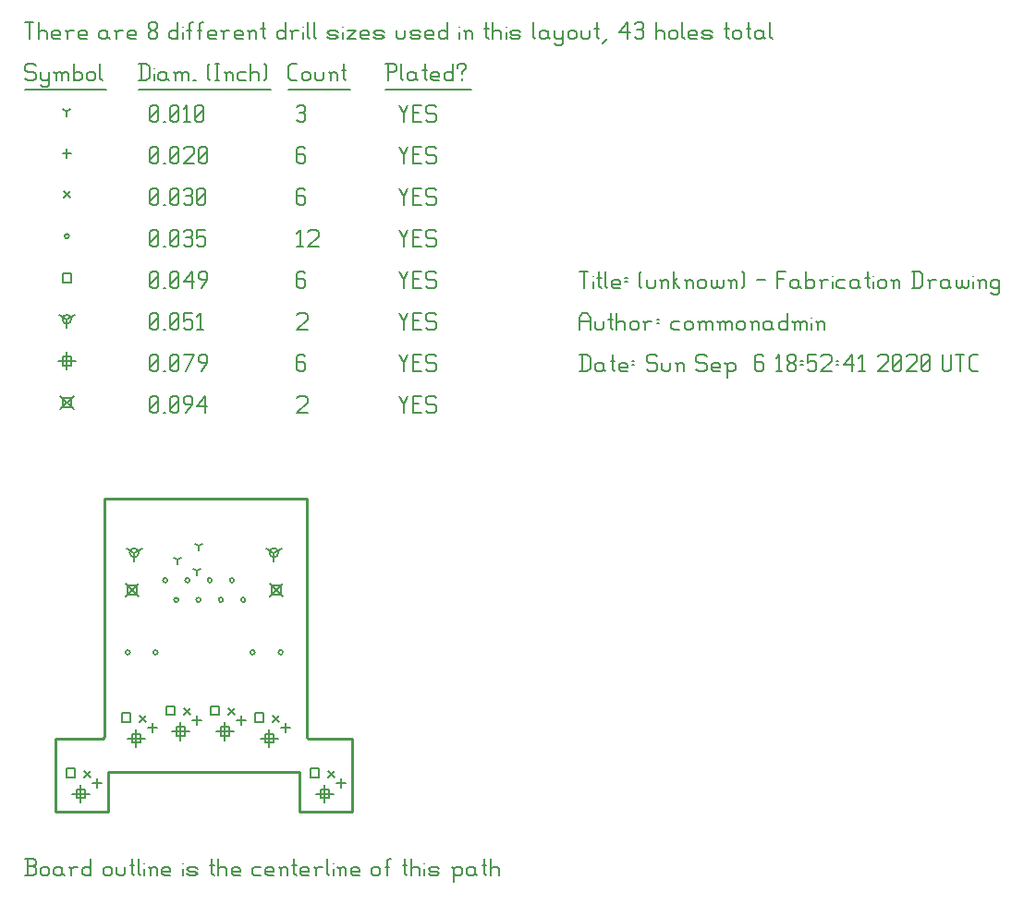
<source format=gbr>
G04 start of page 14 for group -3984 idx -3984 *
G04 Title: (unknown), fab *
G04 Creator: pcb 4.2.0 *
G04 CreationDate: Sun Sep  6 18:52:41 2020 UTC *
G04 For: commonadmin *
G04 Format: Gerber/RS-274X *
G04 PCB-Dimensions (mil): 1250.00 1500.00 *
G04 PCB-Coordinate-Origin: lower left *
%MOIN*%
%FSLAX25Y25*%
%LNFAB*%
%ADD108C,0.0100*%
%ADD107C,0.0075*%
%ADD106C,0.0060*%
%ADD105C,0.0080*%
G54D105*X36131Y95900D02*X40931Y91100D01*
X36131D02*X40931Y95900D01*
X36931Y95100D02*X40131D01*
X36931D02*Y91900D01*
X40131D01*
Y95100D02*Y91900D01*
X88100Y95900D02*X92900Y91100D01*
X88100D02*X92900Y95900D01*
X88900Y95100D02*X92100D01*
X88900D02*Y91900D01*
X92100D01*
Y95100D02*Y91900D01*
X12600Y163650D02*X17400Y158850D01*
X12600D02*X17400Y163650D01*
X13400Y162850D02*X16600D01*
X13400D02*Y159650D01*
X16600D01*
Y162850D02*Y159650D01*
G54D106*X135000Y163500D02*X136500Y160500D01*
X138000Y163500D01*
X136500Y160500D02*Y157500D01*
X139800Y160800D02*X142050D01*
X139800Y157500D02*X142800D01*
X139800Y163500D02*Y157500D01*
Y163500D02*X142800D01*
X147600D02*X148350Y162750D01*
X145350Y163500D02*X147600D01*
X144600Y162750D02*X145350Y163500D01*
X144600Y162750D02*Y161250D01*
X145350Y160500D01*
X147600D01*
X148350Y159750D01*
Y158250D01*
X147600Y157500D02*X148350Y158250D01*
X145350Y157500D02*X147600D01*
X144600Y158250D02*X145350Y157500D01*
X98000Y162750D02*X98750Y163500D01*
X101000D01*
X101750Y162750D01*
Y161250D01*
X98000Y157500D02*X101750Y161250D01*
X98000Y157500D02*X101750D01*
X45000Y158250D02*X45750Y157500D01*
X45000Y162750D02*Y158250D01*
Y162750D02*X45750Y163500D01*
X47250D01*
X48000Y162750D01*
Y158250D01*
X47250Y157500D02*X48000Y158250D01*
X45750Y157500D02*X47250D01*
X45000Y159000D02*X48000Y162000D01*
X49800Y157500D02*X50550D01*
X52350Y158250D02*X53100Y157500D01*
X52350Y162750D02*Y158250D01*
Y162750D02*X53100Y163500D01*
X54600D01*
X55350Y162750D01*
Y158250D01*
X54600Y157500D02*X55350Y158250D01*
X53100Y157500D02*X54600D01*
X52350Y159000D02*X55350Y162000D01*
X57900Y157500D02*X60150Y160500D01*
Y162750D02*Y160500D01*
X59400Y163500D02*X60150Y162750D01*
X57900Y163500D02*X59400D01*
X57150Y162750D02*X57900Y163500D01*
X57150Y162750D02*Y161250D01*
X57900Y160500D01*
X60150D01*
X61950Y159750D02*X64950Y163500D01*
X61950Y159750D02*X65700D01*
X64950Y163500D02*Y157500D01*
X20000Y23200D02*Y16800D01*
X16800Y20000D02*X23200D01*
X18400Y21600D02*X21600D01*
X18400D02*Y18400D01*
X21600D01*
Y21600D02*Y18400D01*
X108000Y23200D02*Y16800D01*
X104800Y20000D02*X111200D01*
X106400Y21600D02*X109600D01*
X106400D02*Y18400D01*
X109600D01*
Y21600D02*Y18400D01*
X72000Y45700D02*Y39300D01*
X68800Y42500D02*X75200D01*
X70400Y44100D02*X73600D01*
X70400D02*Y40900D01*
X73600D01*
Y44100D02*Y40900D01*
X88000Y43200D02*Y36800D01*
X84800Y40000D02*X91200D01*
X86400Y41600D02*X89600D01*
X86400D02*Y38400D01*
X89600D01*
Y41600D02*Y38400D01*
X56000Y45700D02*Y39300D01*
X52800Y42500D02*X59200D01*
X54400Y44100D02*X57600D01*
X54400D02*Y40900D01*
X57600D01*
Y44100D02*Y40900D01*
X40000Y43200D02*Y36800D01*
X36800Y40000D02*X43200D01*
X38400Y41600D02*X41600D01*
X38400D02*Y38400D01*
X41600D01*
Y41600D02*Y38400D01*
X15000Y179450D02*Y173050D01*
X11800Y176250D02*X18200D01*
X13400Y177850D02*X16600D01*
X13400D02*Y174650D01*
X16600D01*
Y177850D02*Y174650D01*
X135000Y178500D02*X136500Y175500D01*
X138000Y178500D01*
X136500Y175500D02*Y172500D01*
X139800Y175800D02*X142050D01*
X139800Y172500D02*X142800D01*
X139800Y178500D02*Y172500D01*
Y178500D02*X142800D01*
X147600D02*X148350Y177750D01*
X145350Y178500D02*X147600D01*
X144600Y177750D02*X145350Y178500D01*
X144600Y177750D02*Y176250D01*
X145350Y175500D01*
X147600D01*
X148350Y174750D01*
Y173250D01*
X147600Y172500D02*X148350Y173250D01*
X145350Y172500D02*X147600D01*
X144600Y173250D02*X145350Y172500D01*
X100250Y178500D02*X101000Y177750D01*
X98750Y178500D02*X100250D01*
X98000Y177750D02*X98750Y178500D01*
X98000Y177750D02*Y173250D01*
X98750Y172500D01*
X100250Y175800D02*X101000Y175050D01*
X98000Y175800D02*X100250D01*
X98750Y172500D02*X100250D01*
X101000Y173250D01*
Y175050D02*Y173250D01*
X45000D02*X45750Y172500D01*
X45000Y177750D02*Y173250D01*
Y177750D02*X45750Y178500D01*
X47250D01*
X48000Y177750D01*
Y173250D01*
X47250Y172500D02*X48000Y173250D01*
X45750Y172500D02*X47250D01*
X45000Y174000D02*X48000Y177000D01*
X49800Y172500D02*X50550D01*
X52350Y173250D02*X53100Y172500D01*
X52350Y177750D02*Y173250D01*
Y177750D02*X53100Y178500D01*
X54600D01*
X55350Y177750D01*
Y173250D01*
X54600Y172500D02*X55350Y173250D01*
X53100Y172500D02*X54600D01*
X52350Y174000D02*X55350Y177000D01*
X57900Y172500D02*X60900Y178500D01*
X57150D02*X60900D01*
X63450Y172500D02*X65700Y175500D01*
Y177750D02*Y175500D01*
X64950Y178500D02*X65700Y177750D01*
X63450Y178500D02*X64950D01*
X62700Y177750D02*X63450Y178500D01*
X62700Y177750D02*Y176250D01*
X63450Y175500D01*
X65700D01*
X89713Y107004D02*Y103804D01*
Y107004D02*X92486Y108604D01*
X89713Y107004D02*X86939Y108604D01*
X88113Y107004D02*G75*G03X91313Y107004I1600J0D01*G01*
G75*G03X88113Y107004I-1600J0D01*G01*
X39319D02*Y103804D01*
Y107004D02*X42092Y108604D01*
X39319Y107004D02*X36546Y108604D01*
X37719Y107004D02*G75*G03X40919Y107004I1600J0D01*G01*
G75*G03X37719Y107004I-1600J0D01*G01*
X15000Y191250D02*Y188050D01*
Y191250D02*X17773Y192850D01*
X15000Y191250D02*X12227Y192850D01*
X13400Y191250D02*G75*G03X16600Y191250I1600J0D01*G01*
G75*G03X13400Y191250I-1600J0D01*G01*
X135000Y193500D02*X136500Y190500D01*
X138000Y193500D01*
X136500Y190500D02*Y187500D01*
X139800Y190800D02*X142050D01*
X139800Y187500D02*X142800D01*
X139800Y193500D02*Y187500D01*
Y193500D02*X142800D01*
X147600D02*X148350Y192750D01*
X145350Y193500D02*X147600D01*
X144600Y192750D02*X145350Y193500D01*
X144600Y192750D02*Y191250D01*
X145350Y190500D01*
X147600D01*
X148350Y189750D01*
Y188250D01*
X147600Y187500D02*X148350Y188250D01*
X145350Y187500D02*X147600D01*
X144600Y188250D02*X145350Y187500D01*
X98000Y192750D02*X98750Y193500D01*
X101000D01*
X101750Y192750D01*
Y191250D01*
X98000Y187500D02*X101750Y191250D01*
X98000Y187500D02*X101750D01*
X45000Y188250D02*X45750Y187500D01*
X45000Y192750D02*Y188250D01*
Y192750D02*X45750Y193500D01*
X47250D01*
X48000Y192750D01*
Y188250D01*
X47250Y187500D02*X48000Y188250D01*
X45750Y187500D02*X47250D01*
X45000Y189000D02*X48000Y192000D01*
X49800Y187500D02*X50550D01*
X52350Y188250D02*X53100Y187500D01*
X52350Y192750D02*Y188250D01*
Y192750D02*X53100Y193500D01*
X54600D01*
X55350Y192750D01*
Y188250D01*
X54600Y187500D02*X55350Y188250D01*
X53100Y187500D02*X54600D01*
X52350Y189000D02*X55350Y192000D01*
X57150Y193500D02*X60150D01*
X57150D02*Y190500D01*
X57900Y191250D01*
X59400D01*
X60150Y190500D01*
Y188250D01*
X59400Y187500D02*X60150Y188250D01*
X57900Y187500D02*X59400D01*
X57150Y188250D02*X57900Y187500D01*
X61950Y192300D02*X63150Y193500D01*
Y187500D01*
X61950D02*X64200D01*
X14857Y29080D02*X18057D01*
X14857D02*Y25880D01*
X18057D01*
Y29080D02*Y25880D01*
X102857Y29080D02*X106057D01*
X102857D02*Y25880D01*
X106057D01*
Y29080D02*Y25880D01*
X66857Y51580D02*X70057D01*
X66857D02*Y48380D01*
X70057D01*
Y51580D02*Y48380D01*
X82857Y49080D02*X86057D01*
X82857D02*Y45880D01*
X86057D01*
Y49080D02*Y45880D01*
X50857Y51580D02*X54057D01*
X50857D02*Y48380D01*
X54057D01*
Y51580D02*Y48380D01*
X34857Y49080D02*X38057D01*
X34857D02*Y45880D01*
X38057D01*
Y49080D02*Y45880D01*
X13400Y207850D02*X16600D01*
X13400D02*Y204650D01*
X16600D01*
Y207850D02*Y204650D01*
X135000Y208500D02*X136500Y205500D01*
X138000Y208500D01*
X136500Y205500D02*Y202500D01*
X139800Y205800D02*X142050D01*
X139800Y202500D02*X142800D01*
X139800Y208500D02*Y202500D01*
Y208500D02*X142800D01*
X147600D02*X148350Y207750D01*
X145350Y208500D02*X147600D01*
X144600Y207750D02*X145350Y208500D01*
X144600Y207750D02*Y206250D01*
X145350Y205500D01*
X147600D01*
X148350Y204750D01*
Y203250D01*
X147600Y202500D02*X148350Y203250D01*
X145350Y202500D02*X147600D01*
X144600Y203250D02*X145350Y202500D01*
X100250Y208500D02*X101000Y207750D01*
X98750Y208500D02*X100250D01*
X98000Y207750D02*X98750Y208500D01*
X98000Y207750D02*Y203250D01*
X98750Y202500D01*
X100250Y205800D02*X101000Y205050D01*
X98000Y205800D02*X100250D01*
X98750Y202500D02*X100250D01*
X101000Y203250D01*
Y205050D02*Y203250D01*
X45000D02*X45750Y202500D01*
X45000Y207750D02*Y203250D01*
Y207750D02*X45750Y208500D01*
X47250D01*
X48000Y207750D01*
Y203250D01*
X47250Y202500D02*X48000Y203250D01*
X45750Y202500D02*X47250D01*
X45000Y204000D02*X48000Y207000D01*
X49800Y202500D02*X50550D01*
X52350Y203250D02*X53100Y202500D01*
X52350Y207750D02*Y203250D01*
Y207750D02*X53100Y208500D01*
X54600D01*
X55350Y207750D01*
Y203250D01*
X54600Y202500D02*X55350Y203250D01*
X53100Y202500D02*X54600D01*
X52350Y204000D02*X55350Y207000D01*
X57150Y204750D02*X60150Y208500D01*
X57150Y204750D02*X60900D01*
X60150Y208500D02*Y202500D01*
X63450D02*X65700Y205500D01*
Y207750D02*Y205500D01*
X64950Y208500D02*X65700Y207750D01*
X63450Y208500D02*X64950D01*
X62700Y207750D02*X63450Y208500D01*
X62700Y207750D02*Y206250D01*
X63450Y205500D01*
X65700D01*
X81235Y71020D02*G75*G03X82835Y71020I800J0D01*G01*
G75*G03X81235Y71020I-800J0D01*G01*
X91275D02*G75*G03X92875Y71020I800J0D01*G01*
G75*G03X91275Y71020I-800J0D01*G01*
X65724Y97043D02*G75*G03X67324Y97043I800J0D01*G01*
G75*G03X65724Y97043I-800J0D01*G01*
X73755D02*G75*G03X75355Y97043I800J0D01*G01*
G75*G03X73755Y97043I-800J0D01*G01*
X57692D02*G75*G03X59292Y97043I800J0D01*G01*
G75*G03X57692Y97043I-800J0D01*G01*
X49661D02*G75*G03X51261Y97043I800J0D01*G01*
G75*G03X49661Y97043I-800J0D01*G01*
X61708Y89957D02*G75*G03X63308Y89957I800J0D01*G01*
G75*G03X61708Y89957I-800J0D01*G01*
X53676D02*G75*G03X55276Y89957I800J0D01*G01*
G75*G03X53676Y89957I-800J0D01*G01*
X69739D02*G75*G03X71339Y89957I800J0D01*G01*
G75*G03X69739Y89957I-800J0D01*G01*
X77771D02*G75*G03X79371Y89957I800J0D01*G01*
G75*G03X77771Y89957I-800J0D01*G01*
X36157Y71020D02*G75*G03X37757Y71020I800J0D01*G01*
G75*G03X36157Y71020I-800J0D01*G01*
X46196D02*G75*G03X47796Y71020I800J0D01*G01*
G75*G03X46196Y71020I-800J0D01*G01*
X14200Y221250D02*G75*G03X15800Y221250I800J0D01*G01*
G75*G03X14200Y221250I-800J0D01*G01*
X135000Y223500D02*X136500Y220500D01*
X138000Y223500D01*
X136500Y220500D02*Y217500D01*
X139800Y220800D02*X142050D01*
X139800Y217500D02*X142800D01*
X139800Y223500D02*Y217500D01*
Y223500D02*X142800D01*
X147600D02*X148350Y222750D01*
X145350Y223500D02*X147600D01*
X144600Y222750D02*X145350Y223500D01*
X144600Y222750D02*Y221250D01*
X145350Y220500D01*
X147600D01*
X148350Y219750D01*
Y218250D01*
X147600Y217500D02*X148350Y218250D01*
X145350Y217500D02*X147600D01*
X144600Y218250D02*X145350Y217500D01*
X98000Y222300D02*X99200Y223500D01*
Y217500D01*
X98000D02*X100250D01*
X102050Y222750D02*X102800Y223500D01*
X105050D01*
X105800Y222750D01*
Y221250D01*
X102050Y217500D02*X105800Y221250D01*
X102050Y217500D02*X105800D01*
X45000Y218250D02*X45750Y217500D01*
X45000Y222750D02*Y218250D01*
Y222750D02*X45750Y223500D01*
X47250D01*
X48000Y222750D01*
Y218250D01*
X47250Y217500D02*X48000Y218250D01*
X45750Y217500D02*X47250D01*
X45000Y219000D02*X48000Y222000D01*
X49800Y217500D02*X50550D01*
X52350Y218250D02*X53100Y217500D01*
X52350Y222750D02*Y218250D01*
Y222750D02*X53100Y223500D01*
X54600D01*
X55350Y222750D01*
Y218250D01*
X54600Y217500D02*X55350Y218250D01*
X53100Y217500D02*X54600D01*
X52350Y219000D02*X55350Y222000D01*
X57150Y222750D02*X57900Y223500D01*
X59400D01*
X60150Y222750D01*
X59400Y217500D02*X60150Y218250D01*
X57900Y217500D02*X59400D01*
X57150Y218250D02*X57900Y217500D01*
Y220800D02*X59400D01*
X60150Y222750D02*Y221550D01*
Y220050D02*Y218250D01*
Y220050D02*X59400Y220800D01*
X60150Y221550D02*X59400Y220800D01*
X61950Y223500D02*X64950D01*
X61950D02*Y220500D01*
X62700Y221250D01*
X64200D01*
X64950Y220500D01*
Y218250D01*
X64200Y217500D02*X64950Y218250D01*
X62700Y217500D02*X64200D01*
X61950Y218250D02*X62700Y217500D01*
X21162Y28287D02*X23562Y25887D01*
X21162D02*X23562Y28287D01*
X109162D02*X111562Y25887D01*
X109162D02*X111562Y28287D01*
X73162Y50787D02*X75562Y48387D01*
X73162D02*X75562Y50787D01*
X89162Y48287D02*X91562Y45887D01*
X89162D02*X91562Y48287D01*
X57162Y50787D02*X59562Y48387D01*
X57162D02*X59562Y50787D01*
X41162Y48287D02*X43562Y45887D01*
X41162D02*X43562Y48287D01*
X13800Y237450D02*X16200Y235050D01*
X13800D02*X16200Y237450D01*
X135000Y238500D02*X136500Y235500D01*
X138000Y238500D01*
X136500Y235500D02*Y232500D01*
X139800Y235800D02*X142050D01*
X139800Y232500D02*X142800D01*
X139800Y238500D02*Y232500D01*
Y238500D02*X142800D01*
X147600D02*X148350Y237750D01*
X145350Y238500D02*X147600D01*
X144600Y237750D02*X145350Y238500D01*
X144600Y237750D02*Y236250D01*
X145350Y235500D01*
X147600D01*
X148350Y234750D01*
Y233250D01*
X147600Y232500D02*X148350Y233250D01*
X145350Y232500D02*X147600D01*
X144600Y233250D02*X145350Y232500D01*
X100250Y238500D02*X101000Y237750D01*
X98750Y238500D02*X100250D01*
X98000Y237750D02*X98750Y238500D01*
X98000Y237750D02*Y233250D01*
X98750Y232500D01*
X100250Y235800D02*X101000Y235050D01*
X98000Y235800D02*X100250D01*
X98750Y232500D02*X100250D01*
X101000Y233250D01*
Y235050D02*Y233250D01*
X45000D02*X45750Y232500D01*
X45000Y237750D02*Y233250D01*
Y237750D02*X45750Y238500D01*
X47250D01*
X48000Y237750D01*
Y233250D01*
X47250Y232500D02*X48000Y233250D01*
X45750Y232500D02*X47250D01*
X45000Y234000D02*X48000Y237000D01*
X49800Y232500D02*X50550D01*
X52350Y233250D02*X53100Y232500D01*
X52350Y237750D02*Y233250D01*
Y237750D02*X53100Y238500D01*
X54600D01*
X55350Y237750D01*
Y233250D01*
X54600Y232500D02*X55350Y233250D01*
X53100Y232500D02*X54600D01*
X52350Y234000D02*X55350Y237000D01*
X57150Y237750D02*X57900Y238500D01*
X59400D01*
X60150Y237750D01*
X59400Y232500D02*X60150Y233250D01*
X57900Y232500D02*X59400D01*
X57150Y233250D02*X57900Y232500D01*
Y235800D02*X59400D01*
X60150Y237750D02*Y236550D01*
Y235050D02*Y233250D01*
Y235050D02*X59400Y235800D01*
X60150Y236550D02*X59400Y235800D01*
X61950Y233250D02*X62700Y232500D01*
X61950Y237750D02*Y233250D01*
Y237750D02*X62700Y238500D01*
X64200D01*
X64950Y237750D01*
Y233250D01*
X64200Y232500D02*X64950Y233250D01*
X62700Y232500D02*X64200D01*
X61950Y234000D02*X64950Y237000D01*
X25906Y25537D02*Y22337D01*
X24306Y23937D02*X27506D01*
X113906Y25537D02*Y22337D01*
X112306Y23937D02*X115506D01*
X77906Y48037D02*Y44837D01*
X76306Y46437D02*X79506D01*
X93906Y45537D02*Y42337D01*
X92306Y43937D02*X95506D01*
X61906Y48037D02*Y44837D01*
X60306Y46437D02*X63506D01*
X45906Y45537D02*Y42337D01*
X44306Y43937D02*X47506D01*
X15000Y252850D02*Y249650D01*
X13400Y251250D02*X16600D01*
X135000Y253500D02*X136500Y250500D01*
X138000Y253500D01*
X136500Y250500D02*Y247500D01*
X139800Y250800D02*X142050D01*
X139800Y247500D02*X142800D01*
X139800Y253500D02*Y247500D01*
Y253500D02*X142800D01*
X147600D02*X148350Y252750D01*
X145350Y253500D02*X147600D01*
X144600Y252750D02*X145350Y253500D01*
X144600Y252750D02*Y251250D01*
X145350Y250500D01*
X147600D01*
X148350Y249750D01*
Y248250D01*
X147600Y247500D02*X148350Y248250D01*
X145350Y247500D02*X147600D01*
X144600Y248250D02*X145350Y247500D01*
X100250Y253500D02*X101000Y252750D01*
X98750Y253500D02*X100250D01*
X98000Y252750D02*X98750Y253500D01*
X98000Y252750D02*Y248250D01*
X98750Y247500D01*
X100250Y250800D02*X101000Y250050D01*
X98000Y250800D02*X100250D01*
X98750Y247500D02*X100250D01*
X101000Y248250D01*
Y250050D02*Y248250D01*
X45000D02*X45750Y247500D01*
X45000Y252750D02*Y248250D01*
Y252750D02*X45750Y253500D01*
X47250D01*
X48000Y252750D01*
Y248250D01*
X47250Y247500D02*X48000Y248250D01*
X45750Y247500D02*X47250D01*
X45000Y249000D02*X48000Y252000D01*
X49800Y247500D02*X50550D01*
X52350Y248250D02*X53100Y247500D01*
X52350Y252750D02*Y248250D01*
Y252750D02*X53100Y253500D01*
X54600D01*
X55350Y252750D01*
Y248250D01*
X54600Y247500D02*X55350Y248250D01*
X53100Y247500D02*X54600D01*
X52350Y249000D02*X55350Y252000D01*
X57150Y252750D02*X57900Y253500D01*
X60150D01*
X60900Y252750D01*
Y251250D01*
X57150Y247500D02*X60900Y251250D01*
X57150Y247500D02*X60900D01*
X62700Y248250D02*X63450Y247500D01*
X62700Y252750D02*Y248250D01*
Y252750D02*X63450Y253500D01*
X64950D01*
X65700Y252750D01*
Y248250D01*
X64950Y247500D02*X65700Y248250D01*
X63450Y247500D02*X64950D01*
X62700Y249000D02*X65700Y252000D01*
X62000Y100500D02*Y98900D01*
Y100500D02*X63387Y101300D01*
X62000Y100500D02*X60613Y101300D01*
X55000Y104500D02*Y102900D01*
Y104500D02*X56387Y105300D01*
X55000Y104500D02*X53613Y105300D01*
X62500Y109500D02*Y107900D01*
Y109500D02*X63887Y110300D01*
X62500Y109500D02*X61113Y110300D01*
X15000Y266250D02*Y264650D01*
Y266250D02*X16387Y267050D01*
X15000Y266250D02*X13613Y267050D01*
X135000Y268500D02*X136500Y265500D01*
X138000Y268500D01*
X136500Y265500D02*Y262500D01*
X139800Y265800D02*X142050D01*
X139800Y262500D02*X142800D01*
X139800Y268500D02*Y262500D01*
Y268500D02*X142800D01*
X147600D02*X148350Y267750D01*
X145350Y268500D02*X147600D01*
X144600Y267750D02*X145350Y268500D01*
X144600Y267750D02*Y266250D01*
X145350Y265500D01*
X147600D01*
X148350Y264750D01*
Y263250D01*
X147600Y262500D02*X148350Y263250D01*
X145350Y262500D02*X147600D01*
X144600Y263250D02*X145350Y262500D01*
X98000Y267750D02*X98750Y268500D01*
X100250D01*
X101000Y267750D01*
X100250Y262500D02*X101000Y263250D01*
X98750Y262500D02*X100250D01*
X98000Y263250D02*X98750Y262500D01*
Y265800D02*X100250D01*
X101000Y267750D02*Y266550D01*
Y265050D02*Y263250D01*
Y265050D02*X100250Y265800D01*
X101000Y266550D02*X100250Y265800D01*
X45000Y263250D02*X45750Y262500D01*
X45000Y267750D02*Y263250D01*
Y267750D02*X45750Y268500D01*
X47250D01*
X48000Y267750D01*
Y263250D01*
X47250Y262500D02*X48000Y263250D01*
X45750Y262500D02*X47250D01*
X45000Y264000D02*X48000Y267000D01*
X49800Y262500D02*X50550D01*
X52350Y263250D02*X53100Y262500D01*
X52350Y267750D02*Y263250D01*
Y267750D02*X53100Y268500D01*
X54600D01*
X55350Y267750D01*
Y263250D01*
X54600Y262500D02*X55350Y263250D01*
X53100Y262500D02*X54600D01*
X52350Y264000D02*X55350Y267000D01*
X57150Y267300D02*X58350Y268500D01*
Y262500D01*
X57150D02*X59400D01*
X61200Y263250D02*X61950Y262500D01*
X61200Y267750D02*Y263250D01*
Y267750D02*X61950Y268500D01*
X63450D01*
X64200Y267750D01*
Y263250D01*
X63450Y262500D02*X64200Y263250D01*
X61950Y262500D02*X63450D01*
X61200Y264000D02*X64200Y267000D01*
X3000Y283500D02*X3750Y282750D01*
X750Y283500D02*X3000D01*
X0Y282750D02*X750Y283500D01*
X0Y282750D02*Y281250D01*
X750Y280500D01*
X3000D01*
X3750Y279750D01*
Y278250D01*
X3000Y277500D02*X3750Y278250D01*
X750Y277500D02*X3000D01*
X0Y278250D02*X750Y277500D01*
X5550Y280500D02*Y278250D01*
X6300Y277500D01*
X8550Y280500D02*Y276000D01*
X7800Y275250D02*X8550Y276000D01*
X6300Y275250D02*X7800D01*
X5550Y276000D02*X6300Y275250D01*
Y277500D02*X7800D01*
X8550Y278250D01*
X11100Y279750D02*Y277500D01*
Y279750D02*X11850Y280500D01*
X12600D01*
X13350Y279750D01*
Y277500D01*
Y279750D02*X14100Y280500D01*
X14850D01*
X15600Y279750D01*
Y277500D01*
X10350Y280500D02*X11100Y279750D01*
X17400Y283500D02*Y277500D01*
Y278250D02*X18150Y277500D01*
X19650D01*
X20400Y278250D01*
Y279750D02*Y278250D01*
X19650Y280500D02*X20400Y279750D01*
X18150Y280500D02*X19650D01*
X17400Y279750D02*X18150Y280500D01*
X22200Y279750D02*Y278250D01*
Y279750D02*X22950Y280500D01*
X24450D01*
X25200Y279750D01*
Y278250D01*
X24450Y277500D02*X25200Y278250D01*
X22950Y277500D02*X24450D01*
X22200Y278250D02*X22950Y277500D01*
X27000Y283500D02*Y278250D01*
X27750Y277500D01*
X0Y274250D02*X29250D01*
X41750Y283500D02*Y277500D01*
X43700Y283500D02*X44750Y282450D01*
Y278550D01*
X43700Y277500D02*X44750Y278550D01*
X41000Y277500D02*X43700D01*
X41000Y283500D02*X43700D01*
G54D107*X46550Y282000D02*Y281850D01*
G54D106*Y279750D02*Y277500D01*
X50300Y280500D02*X51050Y279750D01*
X48800Y280500D02*X50300D01*
X48050Y279750D02*X48800Y280500D01*
X48050Y279750D02*Y278250D01*
X48800Y277500D01*
X51050Y280500D02*Y278250D01*
X51800Y277500D01*
X48800D02*X50300D01*
X51050Y278250D01*
X54350Y279750D02*Y277500D01*
Y279750D02*X55100Y280500D01*
X55850D01*
X56600Y279750D01*
Y277500D01*
Y279750D02*X57350Y280500D01*
X58100D01*
X58850Y279750D01*
Y277500D01*
X53600Y280500D02*X54350Y279750D01*
X60650Y277500D02*X61400D01*
X65900Y278250D02*X66650Y277500D01*
X65900Y282750D02*X66650Y283500D01*
X65900Y282750D02*Y278250D01*
X68450Y283500D02*X69950D01*
X69200D02*Y277500D01*
X68450D02*X69950D01*
X72500Y279750D02*Y277500D01*
Y279750D02*X73250Y280500D01*
X74000D01*
X74750Y279750D01*
Y277500D01*
X71750Y280500D02*X72500Y279750D01*
X77300Y280500D02*X79550D01*
X76550Y279750D02*X77300Y280500D01*
X76550Y279750D02*Y278250D01*
X77300Y277500D01*
X79550D01*
X81350Y283500D02*Y277500D01*
Y279750D02*X82100Y280500D01*
X83600D01*
X84350Y279750D01*
Y277500D01*
X86150Y283500D02*X86900Y282750D01*
Y278250D01*
X86150Y277500D02*X86900Y278250D01*
X41000Y274250D02*X88700D01*
X96050Y277500D02*X98000D01*
X95000Y278550D02*X96050Y277500D01*
X95000Y282450D02*Y278550D01*
Y282450D02*X96050Y283500D01*
X98000D01*
X99800Y279750D02*Y278250D01*
Y279750D02*X100550Y280500D01*
X102050D01*
X102800Y279750D01*
Y278250D01*
X102050Y277500D02*X102800Y278250D01*
X100550Y277500D02*X102050D01*
X99800Y278250D02*X100550Y277500D01*
X104600Y280500D02*Y278250D01*
X105350Y277500D01*
X106850D01*
X107600Y278250D01*
Y280500D02*Y278250D01*
X110150Y279750D02*Y277500D01*
Y279750D02*X110900Y280500D01*
X111650D01*
X112400Y279750D01*
Y277500D01*
X109400Y280500D02*X110150Y279750D01*
X114950Y283500D02*Y278250D01*
X115700Y277500D01*
X114200Y281250D02*X115700D01*
X95000Y274250D02*X117200D01*
X130750Y283500D02*Y277500D01*
X130000Y283500D02*X133000D01*
X133750Y282750D01*
Y281250D01*
X133000Y280500D02*X133750Y281250D01*
X130750Y280500D02*X133000D01*
X135550Y283500D02*Y278250D01*
X136300Y277500D01*
X140050Y280500D02*X140800Y279750D01*
X138550Y280500D02*X140050D01*
X137800Y279750D02*X138550Y280500D01*
X137800Y279750D02*Y278250D01*
X138550Y277500D01*
X140800Y280500D02*Y278250D01*
X141550Y277500D01*
X138550D02*X140050D01*
X140800Y278250D01*
X144100Y283500D02*Y278250D01*
X144850Y277500D01*
X143350Y281250D02*X144850D01*
X147100Y277500D02*X149350D01*
X146350Y278250D02*X147100Y277500D01*
X146350Y279750D02*Y278250D01*
Y279750D02*X147100Y280500D01*
X148600D01*
X149350Y279750D01*
X146350Y279000D02*X149350D01*
Y279750D02*Y279000D01*
X154150Y283500D02*Y277500D01*
X153400D02*X154150Y278250D01*
X151900Y277500D02*X153400D01*
X151150Y278250D02*X151900Y277500D01*
X151150Y279750D02*Y278250D01*
Y279750D02*X151900Y280500D01*
X153400D01*
X154150Y279750D01*
X157450Y280500D02*Y279750D01*
Y278250D02*Y277500D01*
X155950Y282750D02*Y282000D01*
Y282750D02*X156700Y283500D01*
X158200D01*
X158950Y282750D01*
Y282000D01*
X157450Y280500D02*X158950Y282000D01*
X130000Y274250D02*X160750D01*
X0Y298500D02*X3000D01*
X1500D02*Y292500D01*
X4800Y298500D02*Y292500D01*
Y294750D02*X5550Y295500D01*
X7050D01*
X7800Y294750D01*
Y292500D01*
X10350D02*X12600D01*
X9600Y293250D02*X10350Y292500D01*
X9600Y294750D02*Y293250D01*
Y294750D02*X10350Y295500D01*
X11850D01*
X12600Y294750D01*
X9600Y294000D02*X12600D01*
Y294750D02*Y294000D01*
X15150Y294750D02*Y292500D01*
Y294750D02*X15900Y295500D01*
X17400D01*
X14400D02*X15150Y294750D01*
X19950Y292500D02*X22200D01*
X19200Y293250D02*X19950Y292500D01*
X19200Y294750D02*Y293250D01*
Y294750D02*X19950Y295500D01*
X21450D01*
X22200Y294750D01*
X19200Y294000D02*X22200D01*
Y294750D02*Y294000D01*
X28950Y295500D02*X29700Y294750D01*
X27450Y295500D02*X28950D01*
X26700Y294750D02*X27450Y295500D01*
X26700Y294750D02*Y293250D01*
X27450Y292500D01*
X29700Y295500D02*Y293250D01*
X30450Y292500D01*
X27450D02*X28950D01*
X29700Y293250D01*
X33000Y294750D02*Y292500D01*
Y294750D02*X33750Y295500D01*
X35250D01*
X32250D02*X33000Y294750D01*
X37800Y292500D02*X40050D01*
X37050Y293250D02*X37800Y292500D01*
X37050Y294750D02*Y293250D01*
Y294750D02*X37800Y295500D01*
X39300D01*
X40050Y294750D01*
X37050Y294000D02*X40050D01*
Y294750D02*Y294000D01*
X44550Y293250D02*X45300Y292500D01*
X44550Y294450D02*Y293250D01*
Y294450D02*X45600Y295500D01*
X46500D01*
X47550Y294450D01*
Y293250D01*
X46800Y292500D02*X47550Y293250D01*
X45300Y292500D02*X46800D01*
X44550Y296550D02*X45600Y295500D01*
X44550Y297750D02*Y296550D01*
Y297750D02*X45300Y298500D01*
X46800D01*
X47550Y297750D01*
Y296550D01*
X46500Y295500D02*X47550Y296550D01*
X55050Y298500D02*Y292500D01*
X54300D02*X55050Y293250D01*
X52800Y292500D02*X54300D01*
X52050Y293250D02*X52800Y292500D01*
X52050Y294750D02*Y293250D01*
Y294750D02*X52800Y295500D01*
X54300D01*
X55050Y294750D01*
G54D107*X56850Y297000D02*Y296850D01*
G54D106*Y294750D02*Y292500D01*
X59100Y297750D02*Y292500D01*
Y297750D02*X59850Y298500D01*
X60600D01*
X58350Y295500D02*X59850D01*
X62850Y297750D02*Y292500D01*
Y297750D02*X63600Y298500D01*
X64350D01*
X62100Y295500D02*X63600D01*
X66600Y292500D02*X68850D01*
X65850Y293250D02*X66600Y292500D01*
X65850Y294750D02*Y293250D01*
Y294750D02*X66600Y295500D01*
X68100D01*
X68850Y294750D01*
X65850Y294000D02*X68850D01*
Y294750D02*Y294000D01*
X71400Y294750D02*Y292500D01*
Y294750D02*X72150Y295500D01*
X73650D01*
X70650D02*X71400Y294750D01*
X76200Y292500D02*X78450D01*
X75450Y293250D02*X76200Y292500D01*
X75450Y294750D02*Y293250D01*
Y294750D02*X76200Y295500D01*
X77700D01*
X78450Y294750D01*
X75450Y294000D02*X78450D01*
Y294750D02*Y294000D01*
X81000Y294750D02*Y292500D01*
Y294750D02*X81750Y295500D01*
X82500D01*
X83250Y294750D01*
Y292500D01*
X80250Y295500D02*X81000Y294750D01*
X85800Y298500D02*Y293250D01*
X86550Y292500D01*
X85050Y296250D02*X86550D01*
X93750Y298500D02*Y292500D01*
X93000D02*X93750Y293250D01*
X91500Y292500D02*X93000D01*
X90750Y293250D02*X91500Y292500D01*
X90750Y294750D02*Y293250D01*
Y294750D02*X91500Y295500D01*
X93000D01*
X93750Y294750D01*
X96300D02*Y292500D01*
Y294750D02*X97050Y295500D01*
X98550D01*
X95550D02*X96300Y294750D01*
G54D107*X100350Y297000D02*Y296850D01*
G54D106*Y294750D02*Y292500D01*
X101850Y298500D02*Y293250D01*
X102600Y292500D01*
X104100Y298500D02*Y293250D01*
X104850Y292500D01*
X109800D02*X112050D01*
X112800Y293250D01*
X112050Y294000D02*X112800Y293250D01*
X109800Y294000D02*X112050D01*
X109050Y294750D02*X109800Y294000D01*
X109050Y294750D02*X109800Y295500D01*
X112050D01*
X112800Y294750D01*
X109050Y293250D02*X109800Y292500D01*
G54D107*X114600Y297000D02*Y296850D01*
G54D106*Y294750D02*Y292500D01*
X116100Y295500D02*X119100D01*
X116100Y292500D02*X119100Y295500D01*
X116100Y292500D02*X119100D01*
X121650D02*X123900D01*
X120900Y293250D02*X121650Y292500D01*
X120900Y294750D02*Y293250D01*
Y294750D02*X121650Y295500D01*
X123150D01*
X123900Y294750D01*
X120900Y294000D02*X123900D01*
Y294750D02*Y294000D01*
X126450Y292500D02*X128700D01*
X129450Y293250D01*
X128700Y294000D02*X129450Y293250D01*
X126450Y294000D02*X128700D01*
X125700Y294750D02*X126450Y294000D01*
X125700Y294750D02*X126450Y295500D01*
X128700D01*
X129450Y294750D01*
X125700Y293250D02*X126450Y292500D01*
X133950Y295500D02*Y293250D01*
X134700Y292500D01*
X136200D01*
X136950Y293250D01*
Y295500D02*Y293250D01*
X139500Y292500D02*X141750D01*
X142500Y293250D01*
X141750Y294000D02*X142500Y293250D01*
X139500Y294000D02*X141750D01*
X138750Y294750D02*X139500Y294000D01*
X138750Y294750D02*X139500Y295500D01*
X141750D01*
X142500Y294750D01*
X138750Y293250D02*X139500Y292500D01*
X145050D02*X147300D01*
X144300Y293250D02*X145050Y292500D01*
X144300Y294750D02*Y293250D01*
Y294750D02*X145050Y295500D01*
X146550D01*
X147300Y294750D01*
X144300Y294000D02*X147300D01*
Y294750D02*Y294000D01*
X152100Y298500D02*Y292500D01*
X151350D02*X152100Y293250D01*
X149850Y292500D02*X151350D01*
X149100Y293250D02*X149850Y292500D01*
X149100Y294750D02*Y293250D01*
Y294750D02*X149850Y295500D01*
X151350D01*
X152100Y294750D01*
G54D107*X156600Y297000D02*Y296850D01*
G54D106*Y294750D02*Y292500D01*
X158850Y294750D02*Y292500D01*
Y294750D02*X159600Y295500D01*
X160350D01*
X161100Y294750D01*
Y292500D01*
X158100Y295500D02*X158850Y294750D01*
X166350Y298500D02*Y293250D01*
X167100Y292500D01*
X165600Y296250D02*X167100D01*
X168600Y298500D02*Y292500D01*
Y294750D02*X169350Y295500D01*
X170850D01*
X171600Y294750D01*
Y292500D01*
G54D107*X173400Y297000D02*Y296850D01*
G54D106*Y294750D02*Y292500D01*
X175650D02*X177900D01*
X178650Y293250D01*
X177900Y294000D02*X178650Y293250D01*
X175650Y294000D02*X177900D01*
X174900Y294750D02*X175650Y294000D01*
X174900Y294750D02*X175650Y295500D01*
X177900D01*
X178650Y294750D01*
X174900Y293250D02*X175650Y292500D01*
X183150Y298500D02*Y293250D01*
X183900Y292500D01*
X187650Y295500D02*X188400Y294750D01*
X186150Y295500D02*X187650D01*
X185400Y294750D02*X186150Y295500D01*
X185400Y294750D02*Y293250D01*
X186150Y292500D01*
X188400Y295500D02*Y293250D01*
X189150Y292500D01*
X186150D02*X187650D01*
X188400Y293250D01*
X190950Y295500D02*Y293250D01*
X191700Y292500D01*
X193950Y295500D02*Y291000D01*
X193200Y290250D02*X193950Y291000D01*
X191700Y290250D02*X193200D01*
X190950Y291000D02*X191700Y290250D01*
Y292500D02*X193200D01*
X193950Y293250D01*
X195750Y294750D02*Y293250D01*
Y294750D02*X196500Y295500D01*
X198000D01*
X198750Y294750D01*
Y293250D01*
X198000Y292500D02*X198750Y293250D01*
X196500Y292500D02*X198000D01*
X195750Y293250D02*X196500Y292500D01*
X200550Y295500D02*Y293250D01*
X201300Y292500D01*
X202800D01*
X203550Y293250D01*
Y295500D02*Y293250D01*
X206100Y298500D02*Y293250D01*
X206850Y292500D01*
X205350Y296250D02*X206850D01*
X208350Y291000D02*X209850Y292500D01*
X214350Y294750D02*X217350Y298500D01*
X214350Y294750D02*X218100D01*
X217350Y298500D02*Y292500D01*
X219900Y297750D02*X220650Y298500D01*
X222150D01*
X222900Y297750D01*
X222150Y292500D02*X222900Y293250D01*
X220650Y292500D02*X222150D01*
X219900Y293250D02*X220650Y292500D01*
Y295800D02*X222150D01*
X222900Y297750D02*Y296550D01*
Y295050D02*Y293250D01*
Y295050D02*X222150Y295800D01*
X222900Y296550D02*X222150Y295800D01*
X227400Y298500D02*Y292500D01*
Y294750D02*X228150Y295500D01*
X229650D01*
X230400Y294750D01*
Y292500D01*
X232200Y294750D02*Y293250D01*
Y294750D02*X232950Y295500D01*
X234450D01*
X235200Y294750D01*
Y293250D01*
X234450Y292500D02*X235200Y293250D01*
X232950Y292500D02*X234450D01*
X232200Y293250D02*X232950Y292500D01*
X237000Y298500D02*Y293250D01*
X237750Y292500D01*
X240000D02*X242250D01*
X239250Y293250D02*X240000Y292500D01*
X239250Y294750D02*Y293250D01*
Y294750D02*X240000Y295500D01*
X241500D01*
X242250Y294750D01*
X239250Y294000D02*X242250D01*
Y294750D02*Y294000D01*
X244800Y292500D02*X247050D01*
X247800Y293250D01*
X247050Y294000D02*X247800Y293250D01*
X244800Y294000D02*X247050D01*
X244050Y294750D02*X244800Y294000D01*
X244050Y294750D02*X244800Y295500D01*
X247050D01*
X247800Y294750D01*
X244050Y293250D02*X244800Y292500D01*
X253050Y298500D02*Y293250D01*
X253800Y292500D01*
X252300Y296250D02*X253800D01*
X255300Y294750D02*Y293250D01*
Y294750D02*X256050Y295500D01*
X257550D01*
X258300Y294750D01*
Y293250D01*
X257550Y292500D02*X258300Y293250D01*
X256050Y292500D02*X257550D01*
X255300Y293250D02*X256050Y292500D01*
X260850Y298500D02*Y293250D01*
X261600Y292500D01*
X260100Y296250D02*X261600D01*
X265350Y295500D02*X266100Y294750D01*
X263850Y295500D02*X265350D01*
X263100Y294750D02*X263850Y295500D01*
X263100Y294750D02*Y293250D01*
X263850Y292500D01*
X266100Y295500D02*Y293250D01*
X266850Y292500D01*
X263850D02*X265350D01*
X266100Y293250D01*
X268650Y298500D02*Y293250D01*
X269400Y292500D01*
G54D108*X101500Y126500D02*Y40500D01*
X102000Y40000D01*
X118000D01*
Y13500D01*
X101531Y126500D02*X28500D01*
X28000Y40000D02*X28500Y40500D01*
Y126500D01*
X28000Y40000D02*X11000D01*
Y13500D01*
X30000D01*
Y28000D01*
X118000Y13500D02*X99000D01*
Y28000D01*
X30000D01*
G54D106*X0Y-9500D02*X3000D01*
X3750Y-8750D01*
Y-6950D02*Y-8750D01*
X3000Y-6200D02*X3750Y-6950D01*
X750Y-6200D02*X3000D01*
X750Y-3500D02*Y-9500D01*
X0Y-3500D02*X3000D01*
X3750Y-4250D01*
Y-5450D01*
X3000Y-6200D02*X3750Y-5450D01*
X5550Y-7250D02*Y-8750D01*
Y-7250D02*X6300Y-6500D01*
X7800D01*
X8550Y-7250D01*
Y-8750D01*
X7800Y-9500D02*X8550Y-8750D01*
X6300Y-9500D02*X7800D01*
X5550Y-8750D02*X6300Y-9500D01*
X12600Y-6500D02*X13350Y-7250D01*
X11100Y-6500D02*X12600D01*
X10350Y-7250D02*X11100Y-6500D01*
X10350Y-7250D02*Y-8750D01*
X11100Y-9500D01*
X13350Y-6500D02*Y-8750D01*
X14100Y-9500D01*
X11100D02*X12600D01*
X13350Y-8750D01*
X16650Y-7250D02*Y-9500D01*
Y-7250D02*X17400Y-6500D01*
X18900D01*
X15900D02*X16650Y-7250D01*
X23700Y-3500D02*Y-9500D01*
X22950D02*X23700Y-8750D01*
X21450Y-9500D02*X22950D01*
X20700Y-8750D02*X21450Y-9500D01*
X20700Y-7250D02*Y-8750D01*
Y-7250D02*X21450Y-6500D01*
X22950D01*
X23700Y-7250D01*
X28200D02*Y-8750D01*
Y-7250D02*X28950Y-6500D01*
X30450D01*
X31200Y-7250D01*
Y-8750D01*
X30450Y-9500D02*X31200Y-8750D01*
X28950Y-9500D02*X30450D01*
X28200Y-8750D02*X28950Y-9500D01*
X33000Y-6500D02*Y-8750D01*
X33750Y-9500D01*
X35250D01*
X36000Y-8750D01*
Y-6500D02*Y-8750D01*
X38550Y-3500D02*Y-8750D01*
X39300Y-9500D01*
X37800Y-5750D02*X39300D01*
X40800Y-3500D02*Y-8750D01*
X41550Y-9500D01*
G54D107*X43050Y-5000D02*Y-5150D01*
G54D106*Y-7250D02*Y-9500D01*
X45300Y-7250D02*Y-9500D01*
Y-7250D02*X46050Y-6500D01*
X46800D01*
X47550Y-7250D01*
Y-9500D01*
X44550Y-6500D02*X45300Y-7250D01*
X50100Y-9500D02*X52350D01*
X49350Y-8750D02*X50100Y-9500D01*
X49350Y-7250D02*Y-8750D01*
Y-7250D02*X50100Y-6500D01*
X51600D01*
X52350Y-7250D01*
X49350Y-8000D02*X52350D01*
Y-7250D02*Y-8000D01*
G54D107*X56850Y-5000D02*Y-5150D01*
G54D106*Y-7250D02*Y-9500D01*
X59100D02*X61350D01*
X62100Y-8750D01*
X61350Y-8000D02*X62100Y-8750D01*
X59100Y-8000D02*X61350D01*
X58350Y-7250D02*X59100Y-8000D01*
X58350Y-7250D02*X59100Y-6500D01*
X61350D01*
X62100Y-7250D01*
X58350Y-8750D02*X59100Y-9500D01*
X67350Y-3500D02*Y-8750D01*
X68100Y-9500D01*
X66600Y-5750D02*X68100D01*
X69600Y-3500D02*Y-9500D01*
Y-7250D02*X70350Y-6500D01*
X71850D01*
X72600Y-7250D01*
Y-9500D01*
X75150D02*X77400D01*
X74400Y-8750D02*X75150Y-9500D01*
X74400Y-7250D02*Y-8750D01*
Y-7250D02*X75150Y-6500D01*
X76650D01*
X77400Y-7250D01*
X74400Y-8000D02*X77400D01*
Y-7250D02*Y-8000D01*
X82650Y-6500D02*X84900D01*
X81900Y-7250D02*X82650Y-6500D01*
X81900Y-7250D02*Y-8750D01*
X82650Y-9500D01*
X84900D01*
X87450D02*X89700D01*
X86700Y-8750D02*X87450Y-9500D01*
X86700Y-7250D02*Y-8750D01*
Y-7250D02*X87450Y-6500D01*
X88950D01*
X89700Y-7250D01*
X86700Y-8000D02*X89700D01*
Y-7250D02*Y-8000D01*
X92250Y-7250D02*Y-9500D01*
Y-7250D02*X93000Y-6500D01*
X93750D01*
X94500Y-7250D01*
Y-9500D01*
X91500Y-6500D02*X92250Y-7250D01*
X97050Y-3500D02*Y-8750D01*
X97800Y-9500D01*
X96300Y-5750D02*X97800D01*
X100050Y-9500D02*X102300D01*
X99300Y-8750D02*X100050Y-9500D01*
X99300Y-7250D02*Y-8750D01*
Y-7250D02*X100050Y-6500D01*
X101550D01*
X102300Y-7250D01*
X99300Y-8000D02*X102300D01*
Y-7250D02*Y-8000D01*
X104850Y-7250D02*Y-9500D01*
Y-7250D02*X105600Y-6500D01*
X107100D01*
X104100D02*X104850Y-7250D01*
X108900Y-3500D02*Y-8750D01*
X109650Y-9500D01*
G54D107*X111150Y-5000D02*Y-5150D01*
G54D106*Y-7250D02*Y-9500D01*
X113400Y-7250D02*Y-9500D01*
Y-7250D02*X114150Y-6500D01*
X114900D01*
X115650Y-7250D01*
Y-9500D01*
X112650Y-6500D02*X113400Y-7250D01*
X118200Y-9500D02*X120450D01*
X117450Y-8750D02*X118200Y-9500D01*
X117450Y-7250D02*Y-8750D01*
Y-7250D02*X118200Y-6500D01*
X119700D01*
X120450Y-7250D01*
X117450Y-8000D02*X120450D01*
Y-7250D02*Y-8000D01*
X124950Y-7250D02*Y-8750D01*
Y-7250D02*X125700Y-6500D01*
X127200D01*
X127950Y-7250D01*
Y-8750D01*
X127200Y-9500D02*X127950Y-8750D01*
X125700Y-9500D02*X127200D01*
X124950Y-8750D02*X125700Y-9500D01*
X130500Y-4250D02*Y-9500D01*
Y-4250D02*X131250Y-3500D01*
X132000D01*
X129750Y-6500D02*X131250D01*
X136950Y-3500D02*Y-8750D01*
X137700Y-9500D01*
X136200Y-5750D02*X137700D01*
X139200Y-3500D02*Y-9500D01*
Y-7250D02*X139950Y-6500D01*
X141450D01*
X142200Y-7250D01*
Y-9500D01*
G54D107*X144000Y-5000D02*Y-5150D01*
G54D106*Y-7250D02*Y-9500D01*
X146250D02*X148500D01*
X149250Y-8750D01*
X148500Y-8000D02*X149250Y-8750D01*
X146250Y-8000D02*X148500D01*
X145500Y-7250D02*X146250Y-8000D01*
X145500Y-7250D02*X146250Y-6500D01*
X148500D01*
X149250Y-7250D01*
X145500Y-8750D02*X146250Y-9500D01*
X154500Y-7250D02*Y-11750D01*
X153750Y-6500D02*X154500Y-7250D01*
X155250Y-6500D01*
X156750D01*
X157500Y-7250D01*
Y-8750D01*
X156750Y-9500D02*X157500Y-8750D01*
X155250Y-9500D02*X156750D01*
X154500Y-8750D02*X155250Y-9500D01*
X161550Y-6500D02*X162300Y-7250D01*
X160050Y-6500D02*X161550D01*
X159300Y-7250D02*X160050Y-6500D01*
X159300Y-7250D02*Y-8750D01*
X160050Y-9500D01*
X162300Y-6500D02*Y-8750D01*
X163050Y-9500D01*
X160050D02*X161550D01*
X162300Y-8750D01*
X165600Y-3500D02*Y-8750D01*
X166350Y-9500D01*
X164850Y-5750D02*X166350D01*
X167850Y-3500D02*Y-9500D01*
Y-7250D02*X168600Y-6500D01*
X170100D01*
X170850Y-7250D01*
Y-9500D01*
X200750Y178500D02*Y172500D01*
X202700Y178500D02*X203750Y177450D01*
Y173550D01*
X202700Y172500D02*X203750Y173550D01*
X200000Y172500D02*X202700D01*
X200000Y178500D02*X202700D01*
X207800Y175500D02*X208550Y174750D01*
X206300Y175500D02*X207800D01*
X205550Y174750D02*X206300Y175500D01*
X205550Y174750D02*Y173250D01*
X206300Y172500D01*
X208550Y175500D02*Y173250D01*
X209300Y172500D01*
X206300D02*X207800D01*
X208550Y173250D01*
X211850Y178500D02*Y173250D01*
X212600Y172500D01*
X211100Y176250D02*X212600D01*
X214850Y172500D02*X217100D01*
X214100Y173250D02*X214850Y172500D01*
X214100Y174750D02*Y173250D01*
Y174750D02*X214850Y175500D01*
X216350D01*
X217100Y174750D01*
X214100Y174000D02*X217100D01*
Y174750D02*Y174000D01*
X218900Y176250D02*X219650D01*
X218900Y174750D02*X219650D01*
X227150Y178500D02*X227900Y177750D01*
X224900Y178500D02*X227150D01*
X224150Y177750D02*X224900Y178500D01*
X224150Y177750D02*Y176250D01*
X224900Y175500D01*
X227150D01*
X227900Y174750D01*
Y173250D01*
X227150Y172500D02*X227900Y173250D01*
X224900Y172500D02*X227150D01*
X224150Y173250D02*X224900Y172500D01*
X229700Y175500D02*Y173250D01*
X230450Y172500D01*
X231950D01*
X232700Y173250D01*
Y175500D02*Y173250D01*
X235250Y174750D02*Y172500D01*
Y174750D02*X236000Y175500D01*
X236750D01*
X237500Y174750D01*
Y172500D01*
X234500Y175500D02*X235250Y174750D01*
X245000Y178500D02*X245750Y177750D01*
X242750Y178500D02*X245000D01*
X242000Y177750D02*X242750Y178500D01*
X242000Y177750D02*Y176250D01*
X242750Y175500D01*
X245000D01*
X245750Y174750D01*
Y173250D01*
X245000Y172500D02*X245750Y173250D01*
X242750Y172500D02*X245000D01*
X242000Y173250D02*X242750Y172500D01*
X248300D02*X250550D01*
X247550Y173250D02*X248300Y172500D01*
X247550Y174750D02*Y173250D01*
Y174750D02*X248300Y175500D01*
X249800D01*
X250550Y174750D01*
X247550Y174000D02*X250550D01*
Y174750D02*Y174000D01*
X253100Y174750D02*Y170250D01*
X252350Y175500D02*X253100Y174750D01*
X253850Y175500D01*
X255350D01*
X256100Y174750D01*
Y173250D01*
X255350Y172500D02*X256100Y173250D01*
X253850Y172500D02*X255350D01*
X253100Y173250D02*X253850Y172500D01*
X265550Y178500D02*X266300Y177750D01*
X264050Y178500D02*X265550D01*
X263300Y177750D02*X264050Y178500D01*
X263300Y177750D02*Y173250D01*
X264050Y172500D01*
X265550Y175800D02*X266300Y175050D01*
X263300Y175800D02*X265550D01*
X264050Y172500D02*X265550D01*
X266300Y173250D01*
Y175050D02*Y173250D01*
X270800Y177300D02*X272000Y178500D01*
Y172500D01*
X270800D02*X273050D01*
X274850Y173250D02*X275600Y172500D01*
X274850Y174450D02*Y173250D01*
Y174450D02*X275900Y175500D01*
X276800D01*
X277850Y174450D01*
Y173250D01*
X277100Y172500D02*X277850Y173250D01*
X275600Y172500D02*X277100D01*
X274850Y176550D02*X275900Y175500D01*
X274850Y177750D02*Y176550D01*
Y177750D02*X275600Y178500D01*
X277100D01*
X277850Y177750D01*
Y176550D01*
X276800Y175500D02*X277850Y176550D01*
X279650Y176250D02*X280400D01*
X279650Y174750D02*X280400D01*
X282200Y178500D02*X285200D01*
X282200D02*Y175500D01*
X282950Y176250D01*
X284450D01*
X285200Y175500D01*
Y173250D01*
X284450Y172500D02*X285200Y173250D01*
X282950Y172500D02*X284450D01*
X282200Y173250D02*X282950Y172500D01*
X287000Y177750D02*X287750Y178500D01*
X290000D01*
X290750Y177750D01*
Y176250D01*
X287000Y172500D02*X290750Y176250D01*
X287000Y172500D02*X290750D01*
X292550Y176250D02*X293300D01*
X292550Y174750D02*X293300D01*
X295100D02*X298100Y178500D01*
X295100Y174750D02*X298850D01*
X298100Y178500D02*Y172500D01*
X300650Y177300D02*X301850Y178500D01*
Y172500D01*
X300650D02*X302900D01*
X307400Y177750D02*X308150Y178500D01*
X310400D01*
X311150Y177750D01*
Y176250D01*
X307400Y172500D02*X311150Y176250D01*
X307400Y172500D02*X311150D01*
X312950Y173250D02*X313700Y172500D01*
X312950Y177750D02*Y173250D01*
Y177750D02*X313700Y178500D01*
X315200D01*
X315950Y177750D01*
Y173250D01*
X315200Y172500D02*X315950Y173250D01*
X313700Y172500D02*X315200D01*
X312950Y174000D02*X315950Y177000D01*
X317750Y177750D02*X318500Y178500D01*
X320750D01*
X321500Y177750D01*
Y176250D01*
X317750Y172500D02*X321500Y176250D01*
X317750Y172500D02*X321500D01*
X323300Y173250D02*X324050Y172500D01*
X323300Y177750D02*Y173250D01*
Y177750D02*X324050Y178500D01*
X325550D01*
X326300Y177750D01*
Y173250D01*
X325550Y172500D02*X326300Y173250D01*
X324050Y172500D02*X325550D01*
X323300Y174000D02*X326300Y177000D01*
X330800Y178500D02*Y173250D01*
X331550Y172500D01*
X333050D01*
X333800Y173250D01*
Y178500D02*Y173250D01*
X335600Y178500D02*X338600D01*
X337100D02*Y172500D01*
X341450D02*X343400D01*
X340400Y173550D02*X341450Y172500D01*
X340400Y177450D02*Y173550D01*
Y177450D02*X341450Y178500D01*
X343400D01*
X200000Y192000D02*Y187500D01*
Y192000D02*X201050Y193500D01*
X202700D01*
X203750Y192000D01*
Y187500D01*
X200000Y190500D02*X203750D01*
X205550D02*Y188250D01*
X206300Y187500D01*
X207800D01*
X208550Y188250D01*
Y190500D02*Y188250D01*
X211100Y193500D02*Y188250D01*
X211850Y187500D01*
X210350Y191250D02*X211850D01*
X213350Y193500D02*Y187500D01*
Y189750D02*X214100Y190500D01*
X215600D01*
X216350Y189750D01*
Y187500D01*
X218150Y189750D02*Y188250D01*
Y189750D02*X218900Y190500D01*
X220400D01*
X221150Y189750D01*
Y188250D01*
X220400Y187500D02*X221150Y188250D01*
X218900Y187500D02*X220400D01*
X218150Y188250D02*X218900Y187500D01*
X223700Y189750D02*Y187500D01*
Y189750D02*X224450Y190500D01*
X225950D01*
X222950D02*X223700Y189750D01*
X227750Y191250D02*X228500D01*
X227750Y189750D02*X228500D01*
X233750Y190500D02*X236000D01*
X233000Y189750D02*X233750Y190500D01*
X233000Y189750D02*Y188250D01*
X233750Y187500D01*
X236000D01*
X237800Y189750D02*Y188250D01*
Y189750D02*X238550Y190500D01*
X240050D01*
X240800Y189750D01*
Y188250D01*
X240050Y187500D02*X240800Y188250D01*
X238550Y187500D02*X240050D01*
X237800Y188250D02*X238550Y187500D01*
X243350Y189750D02*Y187500D01*
Y189750D02*X244100Y190500D01*
X244850D01*
X245600Y189750D01*
Y187500D01*
Y189750D02*X246350Y190500D01*
X247100D01*
X247850Y189750D01*
Y187500D01*
X242600Y190500D02*X243350Y189750D01*
X250400D02*Y187500D01*
Y189750D02*X251150Y190500D01*
X251900D01*
X252650Y189750D01*
Y187500D01*
Y189750D02*X253400Y190500D01*
X254150D01*
X254900Y189750D01*
Y187500D01*
X249650Y190500D02*X250400Y189750D01*
X256700D02*Y188250D01*
Y189750D02*X257450Y190500D01*
X258950D01*
X259700Y189750D01*
Y188250D01*
X258950Y187500D02*X259700Y188250D01*
X257450Y187500D02*X258950D01*
X256700Y188250D02*X257450Y187500D01*
X262250Y189750D02*Y187500D01*
Y189750D02*X263000Y190500D01*
X263750D01*
X264500Y189750D01*
Y187500D01*
X261500Y190500D02*X262250Y189750D01*
X268550Y190500D02*X269300Y189750D01*
X267050Y190500D02*X268550D01*
X266300Y189750D02*X267050Y190500D01*
X266300Y189750D02*Y188250D01*
X267050Y187500D01*
X269300Y190500D02*Y188250D01*
X270050Y187500D01*
X267050D02*X268550D01*
X269300Y188250D01*
X274850Y193500D02*Y187500D01*
X274100D02*X274850Y188250D01*
X272600Y187500D02*X274100D01*
X271850Y188250D02*X272600Y187500D01*
X271850Y189750D02*Y188250D01*
Y189750D02*X272600Y190500D01*
X274100D01*
X274850Y189750D01*
X277400D02*Y187500D01*
Y189750D02*X278150Y190500D01*
X278900D01*
X279650Y189750D01*
Y187500D01*
Y189750D02*X280400Y190500D01*
X281150D01*
X281900Y189750D01*
Y187500D01*
X276650Y190500D02*X277400Y189750D01*
G54D107*X283700Y192000D02*Y191850D01*
G54D106*Y189750D02*Y187500D01*
X285950Y189750D02*Y187500D01*
Y189750D02*X286700Y190500D01*
X287450D01*
X288200Y189750D01*
Y187500D01*
X285200Y190500D02*X285950Y189750D01*
X200000Y208500D02*X203000D01*
X201500D02*Y202500D01*
G54D107*X204800Y207000D02*Y206850D01*
G54D106*Y204750D02*Y202500D01*
X207050Y208500D02*Y203250D01*
X207800Y202500D01*
X206300Y206250D02*X207800D01*
X209300Y208500D02*Y203250D01*
X210050Y202500D01*
X212300D02*X214550D01*
X211550Y203250D02*X212300Y202500D01*
X211550Y204750D02*Y203250D01*
Y204750D02*X212300Y205500D01*
X213800D01*
X214550Y204750D01*
X211550Y204000D02*X214550D01*
Y204750D02*Y204000D01*
X216350Y206250D02*X217100D01*
X216350Y204750D02*X217100D01*
X221600Y203250D02*X222350Y202500D01*
X221600Y207750D02*X222350Y208500D01*
X221600Y207750D02*Y203250D01*
X224150Y205500D02*Y203250D01*
X224900Y202500D01*
X226400D01*
X227150Y203250D01*
Y205500D02*Y203250D01*
X229700Y204750D02*Y202500D01*
Y204750D02*X230450Y205500D01*
X231200D01*
X231950Y204750D01*
Y202500D01*
X228950Y205500D02*X229700Y204750D01*
X233750Y208500D02*Y202500D01*
Y204750D02*X236000Y202500D01*
X233750Y204750D02*X235250Y206250D01*
X238550Y204750D02*Y202500D01*
Y204750D02*X239300Y205500D01*
X240050D01*
X240800Y204750D01*
Y202500D01*
X237800Y205500D02*X238550Y204750D01*
X242600D02*Y203250D01*
Y204750D02*X243350Y205500D01*
X244850D01*
X245600Y204750D01*
Y203250D01*
X244850Y202500D02*X245600Y203250D01*
X243350Y202500D02*X244850D01*
X242600Y203250D02*X243350Y202500D01*
X247400Y205500D02*Y203250D01*
X248150Y202500D01*
X248900D01*
X249650Y203250D01*
Y205500D02*Y203250D01*
X250400Y202500D01*
X251150D01*
X251900Y203250D01*
Y205500D02*Y203250D01*
X254450Y204750D02*Y202500D01*
Y204750D02*X255200Y205500D01*
X255950D01*
X256700Y204750D01*
Y202500D01*
X253700Y205500D02*X254450Y204750D01*
X258500Y208500D02*X259250Y207750D01*
Y203250D01*
X258500Y202500D02*X259250Y203250D01*
X263750Y205500D02*X266750D01*
X271250Y208500D02*Y202500D01*
Y208500D02*X274250D01*
X271250Y205800D02*X273500D01*
X278300Y205500D02*X279050Y204750D01*
X276800Y205500D02*X278300D01*
X276050Y204750D02*X276800Y205500D01*
X276050Y204750D02*Y203250D01*
X276800Y202500D01*
X279050Y205500D02*Y203250D01*
X279800Y202500D01*
X276800D02*X278300D01*
X279050Y203250D01*
X281600Y208500D02*Y202500D01*
Y203250D02*X282350Y202500D01*
X283850D01*
X284600Y203250D01*
Y204750D02*Y203250D01*
X283850Y205500D02*X284600Y204750D01*
X282350Y205500D02*X283850D01*
X281600Y204750D02*X282350Y205500D01*
X287150Y204750D02*Y202500D01*
Y204750D02*X287900Y205500D01*
X289400D01*
X286400D02*X287150Y204750D01*
G54D107*X291200Y207000D02*Y206850D01*
G54D106*Y204750D02*Y202500D01*
X293450Y205500D02*X295700D01*
X292700Y204750D02*X293450Y205500D01*
X292700Y204750D02*Y203250D01*
X293450Y202500D01*
X295700D01*
X299750Y205500D02*X300500Y204750D01*
X298250Y205500D02*X299750D01*
X297500Y204750D02*X298250Y205500D01*
X297500Y204750D02*Y203250D01*
X298250Y202500D01*
X300500Y205500D02*Y203250D01*
X301250Y202500D01*
X298250D02*X299750D01*
X300500Y203250D01*
X303800Y208500D02*Y203250D01*
X304550Y202500D01*
X303050Y206250D02*X304550D01*
G54D107*X306050Y207000D02*Y206850D01*
G54D106*Y204750D02*Y202500D01*
X307550Y204750D02*Y203250D01*
Y204750D02*X308300Y205500D01*
X309800D01*
X310550Y204750D01*
Y203250D01*
X309800Y202500D02*X310550Y203250D01*
X308300Y202500D02*X309800D01*
X307550Y203250D02*X308300Y202500D01*
X313100Y204750D02*Y202500D01*
Y204750D02*X313850Y205500D01*
X314600D01*
X315350Y204750D01*
Y202500D01*
X312350Y205500D02*X313100Y204750D01*
X320600Y208500D02*Y202500D01*
X322550Y208500D02*X323600Y207450D01*
Y203550D01*
X322550Y202500D02*X323600Y203550D01*
X319850Y202500D02*X322550D01*
X319850Y208500D02*X322550D01*
X326150Y204750D02*Y202500D01*
Y204750D02*X326900Y205500D01*
X328400D01*
X325400D02*X326150Y204750D01*
X332450Y205500D02*X333200Y204750D01*
X330950Y205500D02*X332450D01*
X330200Y204750D02*X330950Y205500D01*
X330200Y204750D02*Y203250D01*
X330950Y202500D01*
X333200Y205500D02*Y203250D01*
X333950Y202500D01*
X330950D02*X332450D01*
X333200Y203250D01*
X335750Y205500D02*Y203250D01*
X336500Y202500D01*
X337250D01*
X338000Y203250D01*
Y205500D02*Y203250D01*
X338750Y202500D01*
X339500D01*
X340250Y203250D01*
Y205500D02*Y203250D01*
G54D107*X342050Y207000D02*Y206850D01*
G54D106*Y204750D02*Y202500D01*
X344300Y204750D02*Y202500D01*
Y204750D02*X345050Y205500D01*
X345800D01*
X346550Y204750D01*
Y202500D01*
X343550Y205500D02*X344300Y204750D01*
X350600Y205500D02*X351350Y204750D01*
X349100Y205500D02*X350600D01*
X348350Y204750D02*X349100Y205500D01*
X348350Y204750D02*Y203250D01*
X349100Y202500D01*
X350600D01*
X351350Y203250D01*
X348350Y201000D02*X349100Y200250D01*
X350600D01*
X351350Y201000D01*
Y205500D02*Y201000D01*
M02*

</source>
